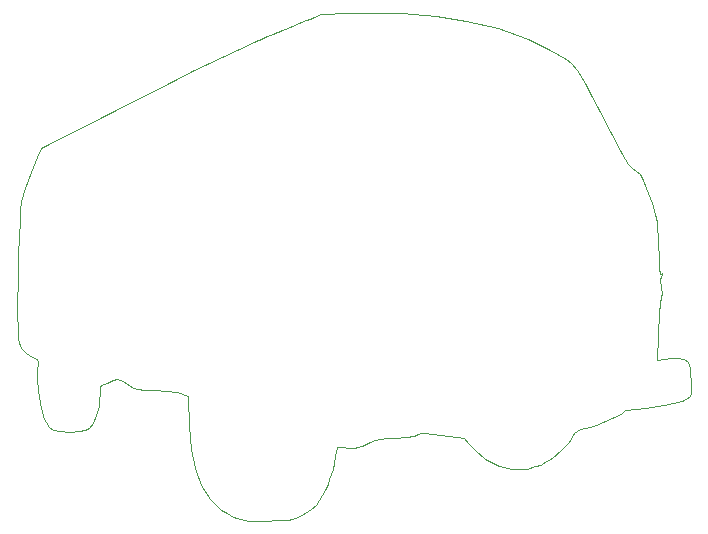
<source format=gbr>
G04 #@! TF.GenerationSoftware,KiCad,Pcbnew,(5.1.2)-1*
G04 #@! TF.CreationDate,2019-05-13T20:23:08-05:00*
G04 #@! TF.ProjectId,van-sao,76616e2d-7361-46f2-9e6b-696361645f70,rev?*
G04 #@! TF.SameCoordinates,Original*
G04 #@! TF.FileFunction,Profile,NP*
%FSLAX46Y46*%
G04 Gerber Fmt 4.6, Leading zero omitted, Abs format (unit mm)*
G04 Created by KiCad (PCBNEW (5.1.2)-1) date 2019-05-13 20:23:08*
%MOMM*%
%LPD*%
G04 APERTURE LIST*
%ADD10C,0.100000*%
G04 APERTURE END LIST*
D10*
X45369200Y-71854440D02*
X56709200Y-66054440D01*
X56709200Y-66054440D02*
X58159200Y-65344440D01*
X58159200Y-65344440D02*
X62139200Y-63454440D01*
X62139200Y-63454440D02*
X62839200Y-63134440D01*
X62839200Y-63134440D02*
X63159200Y-62984440D01*
X63159200Y-62984440D02*
X63349200Y-62904440D01*
X63349200Y-62904440D02*
X63719200Y-62734440D01*
X63719200Y-62734440D02*
X63819200Y-62694440D01*
X63819200Y-62694440D02*
X63969200Y-62624440D01*
X63969200Y-62624440D02*
X64129200Y-62554440D01*
X64129200Y-62554440D02*
X64499200Y-62394440D01*
X64499200Y-62394440D02*
X64709200Y-62304440D01*
X64709200Y-62304440D02*
X64849200Y-62244440D01*
X64849200Y-62244440D02*
X64939200Y-62204440D01*
X64939200Y-62204440D02*
X65009200Y-62174440D01*
X65009200Y-62174440D02*
X65128140Y-62123320D01*
X65128140Y-62123320D02*
X65222120Y-62082680D01*
X65222120Y-62082680D02*
X65278000Y-62057280D01*
X65278000Y-62057280D02*
X65415160Y-61998860D01*
X65415160Y-61998860D02*
X65572640Y-61932820D01*
X65572640Y-61932820D02*
X65765680Y-61851540D01*
X65765680Y-61851540D02*
X66040000Y-61737240D01*
X66040000Y-61737240D02*
X66390520Y-61589920D01*
X66390520Y-61589920D02*
X66608960Y-61498480D01*
X66608960Y-61498480D02*
X67048380Y-61318140D01*
X67048380Y-61318140D02*
X67142360Y-61280040D01*
X67142360Y-61280040D02*
X67470020Y-61145420D01*
X67470020Y-61145420D02*
X67703700Y-61048900D01*
X67703700Y-61048900D02*
X67795140Y-61010800D01*
X67795140Y-61010800D02*
X68112640Y-60883800D01*
X68112640Y-60883800D02*
X68287900Y-60810140D01*
X68287900Y-60810140D02*
X68478400Y-60731400D01*
X68478400Y-60731400D02*
X68712080Y-60634880D01*
X68712080Y-60634880D02*
X68968620Y-60530740D01*
X68968620Y-60530740D02*
X69090540Y-60479940D01*
X69090540Y-60479940D02*
X69796660Y-60464700D01*
X69796660Y-60464700D02*
X70551040Y-60446920D01*
X70551040Y-60446920D02*
X71462900Y-60429140D01*
X71462900Y-60429140D02*
X72699880Y-60401200D01*
X72699880Y-60401200D02*
X73289160Y-60408820D01*
X73289160Y-60408820D02*
X75521820Y-60429140D01*
X75521820Y-60429140D02*
X75918060Y-60431680D01*
X75918060Y-60431680D02*
X78775560Y-60645040D01*
X78775560Y-60645040D02*
X81305400Y-61053980D01*
X81305400Y-61053980D02*
X84076540Y-61729620D01*
X84076540Y-61729620D02*
X86555580Y-62621160D01*
X86555580Y-62621160D02*
X88234520Y-63428880D01*
X88234520Y-63428880D02*
X89194640Y-63957200D01*
X89194640Y-63957200D02*
X89794080Y-64320420D01*
X89794080Y-64320420D02*
X90200480Y-64665860D01*
X90200480Y-64665860D02*
X90736420Y-65247520D01*
X90736420Y-65247520D02*
X91419680Y-66311780D01*
X91419680Y-66311780D02*
X91948000Y-67343020D01*
X91948000Y-67343020D02*
X92547440Y-68435220D01*
X92547440Y-68435220D02*
X93611700Y-70556120D01*
X93611700Y-70556120D02*
X94485460Y-72227440D01*
X94485460Y-72227440D02*
X94777560Y-72737980D01*
X94777560Y-72737980D02*
X95056960Y-73179940D01*
X95056960Y-73179940D02*
X95359220Y-73510140D01*
X95359220Y-73510140D02*
X95763080Y-73787000D01*
X95763080Y-73787000D02*
X96050100Y-74020680D01*
X96050100Y-74020680D02*
X96306640Y-74549000D01*
X96306640Y-74549000D02*
X96700340Y-75618340D01*
X96700340Y-75618340D02*
X97116900Y-76484480D01*
X97116900Y-76484480D02*
X97358200Y-77393800D01*
X97358200Y-77393800D02*
X97469960Y-78105000D01*
X97469960Y-78105000D02*
X97627440Y-79842360D01*
X97627440Y-79842360D02*
X97635060Y-81198720D01*
X97635060Y-81198720D02*
X97680780Y-82006440D01*
X97680780Y-82006440D02*
X97690940Y-82110580D01*
X97690940Y-82110580D02*
X97690940Y-82146140D01*
X97690940Y-82146140D02*
X97726500Y-82369660D01*
X97726500Y-82369660D02*
X97749360Y-82516980D01*
X97749360Y-82516980D02*
X97810320Y-82544920D01*
X97810320Y-82544920D02*
X97901760Y-82450940D01*
X97901760Y-82450940D02*
X97914460Y-82438240D01*
X97914460Y-82438240D02*
X97922080Y-82440780D01*
X97922080Y-82440780D02*
X97917000Y-82458560D01*
X97917000Y-82458560D02*
X97901760Y-82534760D01*
X97901760Y-82534760D02*
X97845880Y-82776060D01*
X97845880Y-82776060D02*
X97797620Y-82976720D01*
X97797620Y-82976720D02*
X97792540Y-82989420D01*
X97792540Y-82989420D02*
X97899220Y-84173060D01*
X97899220Y-84173060D02*
X97838260Y-84419440D01*
X97838260Y-84419440D02*
X97713800Y-85013800D01*
X97713800Y-85013800D02*
X97652840Y-85704680D01*
X97652840Y-85704680D02*
X97528380Y-89794080D01*
X97528380Y-89794080D02*
X98712020Y-89669620D01*
X98712020Y-89669620D02*
X99214940Y-89649300D01*
X99214940Y-89649300D02*
X99768660Y-89700100D01*
X99768660Y-89700100D02*
X100098860Y-89989660D01*
X100098860Y-89989660D02*
X100261420Y-90492580D01*
X100261420Y-90492580D02*
X100396040Y-92064840D01*
X100396040Y-92064840D02*
X100375720Y-92638880D01*
X100375720Y-92638880D02*
X100200460Y-92969080D01*
X100200460Y-92969080D02*
X99626420Y-93235780D01*
X99626420Y-93235780D02*
X98115120Y-93573600D01*
X98115120Y-93573600D02*
X96481900Y-93819980D01*
X96481900Y-93819980D02*
X94775020Y-94035880D01*
X94775020Y-94035880D02*
X94467680Y-94399100D01*
X94467680Y-94399100D02*
X92372180Y-95326200D01*
X92372180Y-95326200D02*
X91795600Y-95509080D01*
X91795600Y-95509080D02*
X91399360Y-95575120D01*
X91399360Y-95575120D02*
X90972640Y-95625920D01*
X90972640Y-95625920D02*
X90510360Y-95953580D01*
X90510360Y-95953580D02*
X90017600Y-96746060D01*
X90017600Y-96746060D02*
X89349580Y-97454720D01*
X89349580Y-97454720D02*
X88597740Y-98077020D01*
X88597740Y-98077020D02*
X87891620Y-98516440D01*
X87891620Y-98516440D02*
X87660480Y-98661220D01*
X87660480Y-98661220D02*
X87210900Y-98772980D01*
X87210900Y-98772980D02*
X86504780Y-98996500D01*
X86504780Y-98996500D02*
X85255100Y-99042220D01*
X85255100Y-99042220D02*
X84107020Y-98772980D01*
X84107020Y-98772980D02*
X82966560Y-98153220D01*
X82966560Y-98153220D02*
X82080100Y-97393760D01*
X82080100Y-97393760D02*
X81495900Y-96801940D01*
X81495900Y-96801940D02*
X81153000Y-96441260D01*
X81153000Y-96441260D02*
X78534260Y-96065340D01*
X78534260Y-96065340D02*
X77736700Y-95994220D01*
X77736700Y-95994220D02*
X77520800Y-96019620D01*
X77520800Y-96019620D02*
X77307440Y-96083120D01*
X77307440Y-96083120D02*
X76923900Y-96266000D01*
X76923900Y-96266000D02*
X76238100Y-96352360D01*
X76238100Y-96352360D02*
X75209400Y-96390460D01*
X75209400Y-96390460D02*
X74599800Y-96410780D01*
X74599800Y-96410780D02*
X74020680Y-96469200D01*
X74020680Y-96469200D02*
X73626980Y-96563180D01*
X73626980Y-96563180D02*
X73243440Y-96740980D01*
X73243440Y-96740980D02*
X72550020Y-97088960D01*
X72550020Y-97088960D02*
X72102980Y-97193100D01*
X72102980Y-97193100D02*
X71920100Y-97223580D01*
X71920100Y-97223580D02*
X70383400Y-97198180D01*
X70383400Y-97198180D02*
X70253860Y-97965260D01*
X70253860Y-97965260D02*
X70121780Y-98536760D01*
X70121780Y-98536760D02*
X70027800Y-99004120D01*
X70027800Y-99004120D02*
X69735700Y-99910900D01*
X69735700Y-99910900D02*
X69616320Y-100284280D01*
X69616320Y-100284280D02*
X69372480Y-100794820D01*
X69372480Y-100794820D02*
X69176900Y-101244400D01*
X69176900Y-101244400D02*
X68620640Y-102064820D01*
X68620640Y-102064820D02*
X68193920Y-102422960D01*
X68193920Y-102422960D02*
X67972940Y-102570280D01*
X67972940Y-102570280D02*
X67713860Y-102740460D01*
X67713860Y-102740460D02*
X67503040Y-102854760D01*
X67503040Y-102854760D02*
X67111880Y-103055420D01*
X67111880Y-103055420D02*
X66832480Y-103164640D01*
X66832480Y-103164640D02*
X66560700Y-103245920D01*
X66560700Y-103245920D02*
X66245740Y-103309420D01*
X66245740Y-103309420D02*
X65366900Y-103360220D01*
X65366900Y-103360220D02*
X64434720Y-103398320D01*
X64434720Y-103398320D02*
X63560960Y-103400860D01*
X63560960Y-103400860D02*
X62956440Y-103388160D01*
X62956440Y-103388160D02*
X62565280Y-103355140D01*
X62565280Y-103355140D02*
X61970920Y-103212900D01*
X61970920Y-103212900D02*
X61628020Y-103075740D01*
X61628020Y-103075740D02*
X61064140Y-102750620D01*
X61064140Y-102750620D02*
X60904120Y-102659180D01*
X60904120Y-102659180D02*
X60606940Y-102478840D01*
X60606940Y-102478840D02*
X60540900Y-102443280D01*
X60540900Y-102443280D02*
X59636660Y-101546660D01*
X59636660Y-101546660D02*
X58907680Y-100375720D01*
X58907680Y-100375720D02*
X58361580Y-98927920D01*
X58361580Y-98927920D02*
X58016140Y-97322640D01*
X58016140Y-97322640D02*
X57840880Y-95384620D01*
X57840880Y-95384620D02*
X57818020Y-92816680D01*
X57818020Y-92816680D02*
X56860440Y-92542360D01*
X56860440Y-92542360D02*
X56014620Y-92384880D01*
X56014620Y-92384880D02*
X54945280Y-92316300D01*
X54945280Y-92316300D02*
X54068980Y-92326460D01*
X54068980Y-92326460D02*
X53543200Y-92288360D01*
X53543200Y-92288360D02*
X53146960Y-92184220D01*
X53146960Y-92184220D02*
X52252880Y-91594940D01*
X52252880Y-91594940D02*
X51805840Y-91414600D01*
X51805840Y-91414600D02*
X51437540Y-91483180D01*
X51437540Y-91483180D02*
X50911760Y-91782900D01*
X50911760Y-91782900D02*
X50467260Y-91887040D01*
X50467260Y-91887040D02*
X50373280Y-92082620D01*
X50373280Y-92082620D02*
X50258980Y-93662500D01*
X50258980Y-93662500D02*
X50045620Y-94460060D01*
X50045620Y-94460060D02*
X49710340Y-95158560D01*
X49710340Y-95158560D02*
X49377600Y-95542100D01*
X49377600Y-95542100D02*
X49062640Y-95735140D01*
X49062640Y-95735140D02*
X48582580Y-95846900D01*
X48582580Y-95846900D02*
X47703740Y-95882460D01*
X47703740Y-95882460D02*
X47063660Y-95846900D01*
X47063660Y-95846900D02*
X46398180Y-95717360D01*
X46398180Y-95717360D02*
X46007020Y-95455740D01*
X46007020Y-95455740D02*
X45730160Y-95059500D01*
X45730160Y-95059500D02*
X45605700Y-94775020D01*
X45605700Y-94775020D02*
X45417740Y-94198440D01*
X45417740Y-94198440D02*
X45260260Y-93400880D01*
X45260260Y-93400880D02*
X45107860Y-92356940D01*
X45107860Y-92356940D02*
X45021500Y-91406980D01*
X45021500Y-91406980D02*
X45013880Y-90738960D01*
X45013880Y-90738960D02*
X45092620Y-89928700D01*
X45092620Y-89928700D02*
X45001180Y-89684860D01*
X45001180Y-89684860D02*
X44625260Y-89547700D01*
X44625260Y-89547700D02*
X44056300Y-89237820D01*
X44056300Y-89237820D02*
X43685460Y-88785700D01*
X43685460Y-88785700D02*
X43566080Y-88539320D01*
X43566080Y-88539320D02*
X43489880Y-88318340D01*
X43489880Y-88318340D02*
X43423840Y-87967820D01*
X43423840Y-87967820D02*
X43380660Y-87393780D01*
X43380660Y-87393780D02*
X43355260Y-85592920D01*
X43355260Y-85592920D02*
X43367960Y-82532220D01*
X43367960Y-82532220D02*
X43423840Y-80576420D01*
X43423840Y-80576420D02*
X43472100Y-79654400D01*
X43472100Y-79654400D02*
X43599100Y-77764640D01*
X43599100Y-77764640D02*
X43601640Y-77144880D01*
X43601640Y-77144880D02*
X43682920Y-76309220D01*
X43682920Y-76309220D02*
X43977560Y-75237340D01*
X43977560Y-75237340D02*
X44460160Y-73919080D01*
X44460160Y-73919080D02*
X45206920Y-72214740D01*
X45206920Y-72214740D02*
X45328840Y-71950580D01*
X45328840Y-71950580D02*
X45349160Y-71904860D01*
X45349160Y-71904860D02*
X45369200Y-71854440D01*
M02*

</source>
